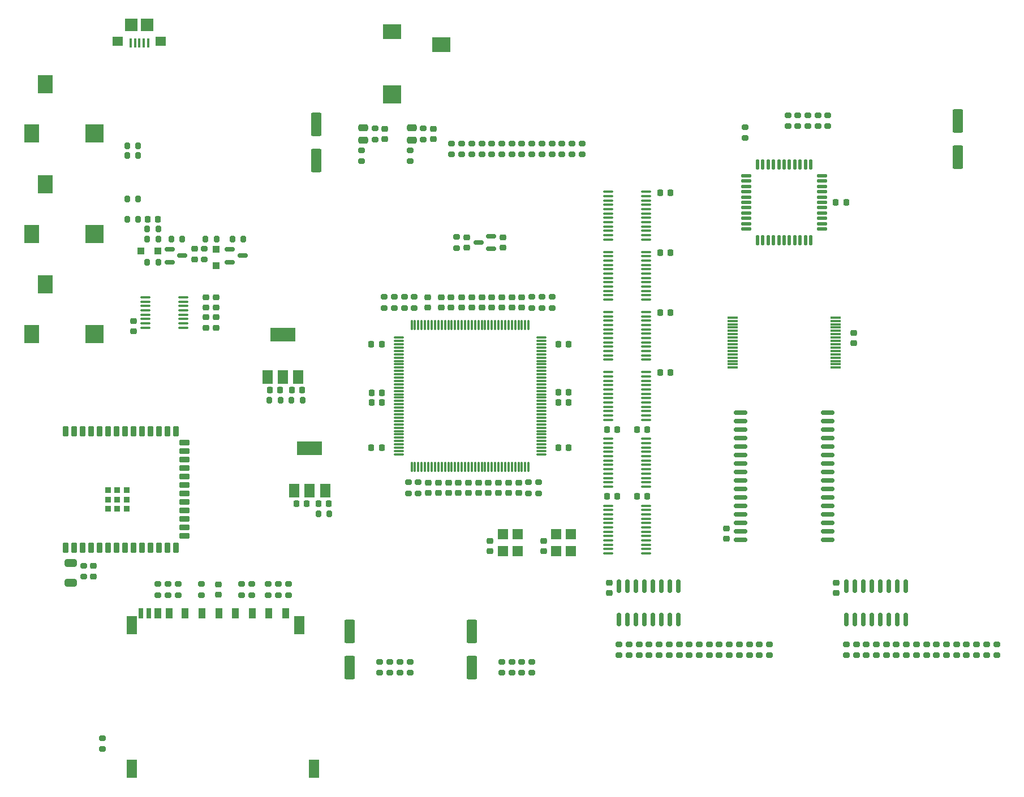
<source format=gtp>
%TF.GenerationSoftware,KiCad,Pcbnew,(6.0.4-0)*%
%TF.CreationDate,2022-04-09T07:25:14+02:00*%
%TF.ProjectId,aquarius-plus,61717561-7269-4757-932d-706c75732e6b,rev?*%
%TF.SameCoordinates,Original*%
%TF.FileFunction,Paste,Top*%
%TF.FilePolarity,Positive*%
%FSLAX46Y46*%
G04 Gerber Fmt 4.6, Leading zero omitted, Abs format (unit mm)*
G04 Created by KiCad (PCBNEW (6.0.4-0)) date 2022-04-09 07:25:14*
%MOMM*%
%LPD*%
G01*
G04 APERTURE LIST*
G04 Aperture macros list*
%AMRoundRect*
0 Rectangle with rounded corners*
0 $1 Rounding radius*
0 $2 $3 $4 $5 $6 $7 $8 $9 X,Y pos of 4 corners*
0 Add a 4 corners polygon primitive as box body*
4,1,4,$2,$3,$4,$5,$6,$7,$8,$9,$2,$3,0*
0 Add four circle primitives for the rounded corners*
1,1,$1+$1,$2,$3*
1,1,$1+$1,$4,$5*
1,1,$1+$1,$6,$7*
1,1,$1+$1,$8,$9*
0 Add four rect primitives between the rounded corners*
20,1,$1+$1,$2,$3,$4,$5,0*
20,1,$1+$1,$4,$5,$6,$7,0*
20,1,$1+$1,$6,$7,$8,$9,0*
20,1,$1+$1,$8,$9,$2,$3,0*%
G04 Aperture macros list end*
%ADD10RoundRect,0.200000X0.275000X-0.200000X0.275000X0.200000X-0.275000X0.200000X-0.275000X-0.200000X0*%
%ADD11RoundRect,0.200000X-0.275000X0.200000X-0.275000X-0.200000X0.275000X-0.200000X0.275000X0.200000X0*%
%ADD12RoundRect,0.225000X0.250000X-0.225000X0.250000X0.225000X-0.250000X0.225000X-0.250000X-0.225000X0*%
%ADD13RoundRect,0.100000X0.637500X0.100000X-0.637500X0.100000X-0.637500X-0.100000X0.637500X-0.100000X0*%
%ADD14RoundRect,0.150000X0.875000X0.150000X-0.875000X0.150000X-0.875000X-0.150000X0.875000X-0.150000X0*%
%ADD15RoundRect,0.225000X-0.250000X0.225000X-0.250000X-0.225000X0.250000X-0.225000X0.250000X0.225000X0*%
%ADD16R,1.500000X2.000000*%
%ADD17R,3.800000X2.000000*%
%ADD18RoundRect,0.075000X-0.662500X-0.075000X0.662500X-0.075000X0.662500X0.075000X-0.662500X0.075000X0*%
%ADD19RoundRect,0.075000X-0.075000X-0.662500X0.075000X-0.662500X0.075000X0.662500X-0.075000X0.662500X0*%
%ADD20RoundRect,0.225000X-0.225000X-0.250000X0.225000X-0.250000X0.225000X0.250000X-0.225000X0.250000X0*%
%ADD21RoundRect,0.225000X0.225000X0.250000X-0.225000X0.250000X-0.225000X-0.250000X0.225000X-0.250000X0*%
%ADD22RoundRect,0.250000X0.475000X-0.250000X0.475000X0.250000X-0.475000X0.250000X-0.475000X-0.250000X0*%
%ADD23RoundRect,0.200000X-0.200000X-0.275000X0.200000X-0.275000X0.200000X0.275000X-0.200000X0.275000X0*%
%ADD24RoundRect,0.150000X-0.587500X-0.150000X0.587500X-0.150000X0.587500X0.150000X-0.587500X0.150000X0*%
%ADD25RoundRect,0.150000X0.587500X0.150000X-0.587500X0.150000X-0.587500X-0.150000X0.587500X-0.150000X0*%
%ADD26RoundRect,0.200000X0.200000X0.275000X-0.200000X0.275000X-0.200000X-0.275000X0.200000X-0.275000X0*%
%ADD27R,2.200000X2.800000*%
%ADD28R,2.800000X2.800000*%
%ADD29R,1.500000X1.600000*%
%ADD30RoundRect,0.100000X-0.637500X-0.100000X0.637500X-0.100000X0.637500X0.100000X-0.637500X0.100000X0*%
%ADD31RoundRect,0.100000X0.100000X0.575000X-0.100000X0.575000X-0.100000X-0.575000X0.100000X-0.575000X0*%
%ADD32R,1.900000X1.900000*%
%ADD33R,1.600000X1.400000*%
%ADD34RoundRect,0.150000X0.150000X-0.825000X0.150000X0.825000X-0.150000X0.825000X-0.150000X-0.825000X0*%
%ADD35RoundRect,0.075000X0.712500X0.075000X-0.712500X0.075000X-0.712500X-0.075000X0.712500X-0.075000X0*%
%ADD36R,1.000000X1.500000*%
%ADD37R,0.700000X1.500000*%
%ADD38R,1.500000X2.800000*%
%ADD39RoundRect,0.137500X0.600000X0.137500X-0.600000X0.137500X-0.600000X-0.137500X0.600000X-0.137500X0*%
%ADD40RoundRect,0.137500X0.137500X0.600000X-0.137500X0.600000X-0.137500X-0.600000X0.137500X-0.600000X0*%
%ADD41RoundRect,0.250000X0.550000X-1.500000X0.550000X1.500000X-0.550000X1.500000X-0.550000X-1.500000X0*%
%ADD42RoundRect,0.250000X-0.550000X1.500000X-0.550000X-1.500000X0.550000X-1.500000X0.550000X1.500000X0*%
%ADD43R,1.000000X1.000000*%
%ADD44RoundRect,0.250000X-0.650000X0.325000X-0.650000X-0.325000X0.650000X-0.325000X0.650000X0.325000X0*%
%ADD45R,2.800000X2.200000*%
%ADD46RoundRect,0.225000X0.225000X0.525000X-0.225000X0.525000X-0.225000X-0.525000X0.225000X-0.525000X0*%
%ADD47RoundRect,0.225000X-0.525000X0.225000X-0.525000X-0.225000X0.525000X-0.225000X0.525000X0.225000X0*%
%ADD48RoundRect,0.225000X-0.225000X-0.525000X0.225000X-0.525000X0.225000X0.525000X-0.225000X0.525000X0*%
%ADD49RoundRect,0.225000X-0.225000X-0.225000X0.225000X-0.225000X0.225000X0.225000X-0.225000X0.225000X0*%
G04 APERTURE END LIST*
D10*
%TO.C,R84*%
X207300000Y-130825000D03*
X207300000Y-129175000D03*
%TD*%
D11*
%TO.C,R69*%
X159800000Y-129175000D03*
X159800000Y-130825000D03*
%TD*%
%TO.C,R49*%
X183550000Y-49925000D03*
X183550000Y-51575000D03*
%TD*%
D12*
%TO.C,C19*%
X140750000Y-78775000D03*
X140750000Y-77225000D03*
%TD*%
D10*
%TO.C,R27*%
X75150000Y-119075000D03*
X75150000Y-117425000D03*
%TD*%
D13*
%TO.C,U3*%
X90112500Y-81775000D03*
X90112500Y-81125000D03*
X90112500Y-80475000D03*
X90112500Y-79825000D03*
X90112500Y-79175000D03*
X90112500Y-78525000D03*
X90112500Y-77875000D03*
X90112500Y-77225000D03*
X84387500Y-77225000D03*
X84387500Y-77875000D03*
X84387500Y-78525000D03*
X84387500Y-79175000D03*
X84387500Y-79825000D03*
X84387500Y-80475000D03*
X84387500Y-81125000D03*
X84387500Y-81775000D03*
%TD*%
D11*
%TO.C,R92*%
X208800000Y-129175000D03*
X208800000Y-130825000D03*
%TD*%
D14*
%TO.C,U10*%
X186550000Y-113525000D03*
X186550000Y-112255000D03*
X186550000Y-110985000D03*
X186550000Y-109715000D03*
X186550000Y-108445000D03*
X186550000Y-107175000D03*
X186550000Y-105905000D03*
X186550000Y-104635000D03*
X186550000Y-103365000D03*
X186550000Y-102095000D03*
X186550000Y-100825000D03*
X186550000Y-99555000D03*
X186550000Y-98285000D03*
X186550000Y-97015000D03*
X186550000Y-95745000D03*
X186550000Y-94475000D03*
X173450000Y-94475000D03*
X173450000Y-95745000D03*
X173450000Y-97015000D03*
X173450000Y-98285000D03*
X173450000Y-99555000D03*
X173450000Y-100825000D03*
X173450000Y-102095000D03*
X173450000Y-103365000D03*
X173450000Y-104635000D03*
X173450000Y-105905000D03*
X173450000Y-107175000D03*
X173450000Y-108445000D03*
X173450000Y-109715000D03*
X173450000Y-110985000D03*
X173450000Y-112255000D03*
X173450000Y-113525000D03*
%TD*%
D11*
%TO.C,R70*%
X156800000Y-129175000D03*
X156800000Y-130825000D03*
%TD*%
%TO.C,R16*%
X104300000Y-120175000D03*
X104300000Y-121825000D03*
%TD*%
D10*
%TO.C,R60*%
X161300000Y-130825000D03*
X161300000Y-129175000D03*
%TD*%
%TO.C,R40*%
X140750000Y-55825000D03*
X140750000Y-54175000D03*
%TD*%
%TO.C,R42*%
X143750000Y-55825000D03*
X143750000Y-54175000D03*
%TD*%
D15*
%TO.C,C10*%
X134250000Y-104975000D03*
X134250000Y-106525000D03*
%TD*%
D10*
%TO.C,R100*%
X131000000Y-69825000D03*
X131000000Y-68175000D03*
%TD*%
%TO.C,R86*%
X201300000Y-130825000D03*
X201300000Y-129175000D03*
%TD*%
D12*
%TO.C,C59*%
X171350000Y-113375000D03*
X171350000Y-111825000D03*
%TD*%
D10*
%TO.C,R59*%
X164300000Y-130825000D03*
X164300000Y-129175000D03*
%TD*%
D12*
%TO.C,C46*%
X127500000Y-53525000D03*
X127500000Y-51975000D03*
%TD*%
D16*
%TO.C,U17*%
X102700000Y-89150000D03*
X105000000Y-89150000D03*
D17*
X105000000Y-82850000D03*
D16*
X107300000Y-89150000D03*
%TD*%
D11*
%TO.C,R17*%
X102800000Y-120175000D03*
X102800000Y-121825000D03*
%TD*%
D15*
%TO.C,C22*%
X138750000Y-104975000D03*
X138750000Y-106525000D03*
%TD*%
D12*
%TO.C,C20*%
X131750000Y-78775000D03*
X131750000Y-77225000D03*
%TD*%
D18*
%TO.C,U1*%
X122337500Y-83250000D03*
X122337500Y-83750000D03*
X122337500Y-84250000D03*
X122337500Y-84750000D03*
X122337500Y-85250000D03*
X122337500Y-85750000D03*
X122337500Y-86250000D03*
X122337500Y-86750000D03*
X122337500Y-87250000D03*
X122337500Y-87750000D03*
X122337500Y-88250000D03*
X122337500Y-88750000D03*
X122337500Y-89250000D03*
X122337500Y-89750000D03*
X122337500Y-90250000D03*
X122337500Y-90750000D03*
X122337500Y-91250000D03*
X122337500Y-91750000D03*
X122337500Y-92250000D03*
X122337500Y-92750000D03*
X122337500Y-93250000D03*
X122337500Y-93750000D03*
X122337500Y-94250000D03*
X122337500Y-94750000D03*
X122337500Y-95250000D03*
X122337500Y-95750000D03*
X122337500Y-96250000D03*
X122337500Y-96750000D03*
X122337500Y-97250000D03*
X122337500Y-97750000D03*
X122337500Y-98250000D03*
X122337500Y-98750000D03*
X122337500Y-99250000D03*
X122337500Y-99750000D03*
X122337500Y-100250000D03*
X122337500Y-100750000D03*
D19*
X124250000Y-102662500D03*
X124750000Y-102662500D03*
X125250000Y-102662500D03*
X125750000Y-102662500D03*
X126250000Y-102662500D03*
X126750000Y-102662500D03*
X127250000Y-102662500D03*
X127750000Y-102662500D03*
X128250000Y-102662500D03*
X128750000Y-102662500D03*
X129250000Y-102662500D03*
X129750000Y-102662500D03*
X130250000Y-102662500D03*
X130750000Y-102662500D03*
X131250000Y-102662500D03*
X131750000Y-102662500D03*
X132250000Y-102662500D03*
X132750000Y-102662500D03*
X133250000Y-102662500D03*
X133750000Y-102662500D03*
X134250000Y-102662500D03*
X134750000Y-102662500D03*
X135250000Y-102662500D03*
X135750000Y-102662500D03*
X136250000Y-102662500D03*
X136750000Y-102662500D03*
X137250000Y-102662500D03*
X137750000Y-102662500D03*
X138250000Y-102662500D03*
X138750000Y-102662500D03*
X139250000Y-102662500D03*
X139750000Y-102662500D03*
X140250000Y-102662500D03*
X140750000Y-102662500D03*
X141250000Y-102662500D03*
X141750000Y-102662500D03*
D18*
X143662500Y-100750000D03*
X143662500Y-100250000D03*
X143662500Y-99750000D03*
X143662500Y-99250000D03*
X143662500Y-98750000D03*
X143662500Y-98250000D03*
X143662500Y-97750000D03*
X143662500Y-97250000D03*
X143662500Y-96750000D03*
X143662500Y-96250000D03*
X143662500Y-95750000D03*
X143662500Y-95250000D03*
X143662500Y-94750000D03*
X143662500Y-94250000D03*
X143662500Y-93750000D03*
X143662500Y-93250000D03*
X143662500Y-92750000D03*
X143662500Y-92250000D03*
X143662500Y-91750000D03*
X143662500Y-91250000D03*
X143662500Y-90750000D03*
X143662500Y-90250000D03*
X143662500Y-89750000D03*
X143662500Y-89250000D03*
X143662500Y-88750000D03*
X143662500Y-88250000D03*
X143662500Y-87750000D03*
X143662500Y-87250000D03*
X143662500Y-86750000D03*
X143662500Y-86250000D03*
X143662500Y-85750000D03*
X143662500Y-85250000D03*
X143662500Y-84750000D03*
X143662500Y-84250000D03*
X143662500Y-83750000D03*
X143662500Y-83250000D03*
D19*
X141750000Y-81337500D03*
X141250000Y-81337500D03*
X140750000Y-81337500D03*
X140250000Y-81337500D03*
X139750000Y-81337500D03*
X139250000Y-81337500D03*
X138750000Y-81337500D03*
X138250000Y-81337500D03*
X137750000Y-81337500D03*
X137250000Y-81337500D03*
X136750000Y-81337500D03*
X136250000Y-81337500D03*
X135750000Y-81337500D03*
X135250000Y-81337500D03*
X134750000Y-81337500D03*
X134250000Y-81337500D03*
X133750000Y-81337500D03*
X133250000Y-81337500D03*
X132750000Y-81337500D03*
X132250000Y-81337500D03*
X131750000Y-81337500D03*
X131250000Y-81337500D03*
X130750000Y-81337500D03*
X130250000Y-81337500D03*
X129750000Y-81337500D03*
X129250000Y-81337500D03*
X128750000Y-81337500D03*
X128250000Y-81337500D03*
X127750000Y-81337500D03*
X127250000Y-81337500D03*
X126750000Y-81337500D03*
X126250000Y-81337500D03*
X125750000Y-81337500D03*
X125250000Y-81337500D03*
X124750000Y-81337500D03*
X124250000Y-81337500D03*
%TD*%
D10*
%TO.C,R35*%
X133250000Y-55825000D03*
X133250000Y-54175000D03*
%TD*%
%TO.C,R3*%
X123750000Y-106575000D03*
X123750000Y-104925000D03*
%TD*%
D20*
%TO.C,C9*%
X146225000Y-91450000D03*
X147775000Y-91450000D03*
%TD*%
D11*
%TO.C,R93*%
X205800000Y-129175000D03*
X205800000Y-130825000D03*
%TD*%
%TO.C,R51*%
X180550000Y-49925000D03*
X180550000Y-51575000D03*
%TD*%
D21*
%TO.C,C65*%
X108575000Y-108150000D03*
X107025000Y-108150000D03*
%TD*%
D11*
%TO.C,R65*%
X171800000Y-129175000D03*
X171800000Y-130825000D03*
%TD*%
D10*
%TO.C,R76*%
X121000000Y-133465000D03*
X121000000Y-131815000D03*
%TD*%
%TO.C,R11*%
X143750000Y-78825000D03*
X143750000Y-77175000D03*
%TD*%
D22*
%TO.C,C49*%
X124250000Y-53700000D03*
X124250000Y-51800000D03*
%TD*%
D11*
%TO.C,R52*%
X186550000Y-49925000D03*
X186550000Y-51575000D03*
%TD*%
D23*
%TO.C,R14*%
X81675000Y-65500000D03*
X83325000Y-65500000D03*
%TD*%
D24*
%TO.C,Q2*%
X97062500Y-70050000D03*
X97062500Y-71950000D03*
X98937500Y-71000000D03*
%TD*%
D15*
%TO.C,C63*%
X132500000Y-68225000D03*
X132500000Y-69775000D03*
%TD*%
D25*
%TO.C,U16*%
X136137500Y-69950000D03*
X136137500Y-68050000D03*
X134262500Y-69000000D03*
%TD*%
D11*
%TO.C,R78*%
X119500000Y-131815000D03*
X119500000Y-133465000D03*
%TD*%
D10*
%TO.C,R8*%
X123150000Y-78825000D03*
X123150000Y-77175000D03*
%TD*%
D15*
%TO.C,C6*%
X135750000Y-104975000D03*
X135750000Y-106525000D03*
%TD*%
D12*
%TO.C,C16*%
X130150000Y-78775000D03*
X130150000Y-77225000D03*
%TD*%
D10*
%TO.C,R2*%
X145250000Y-78825000D03*
X145250000Y-77175000D03*
%TD*%
%TO.C,R71*%
X116750000Y-56825000D03*
X116750000Y-55175000D03*
%TD*%
D26*
%TO.C,R21*%
X83325000Y-54500000D03*
X81675000Y-54500000D03*
%TD*%
D27*
%TO.C,J1*%
X69400000Y-60300000D03*
X67400000Y-67700000D03*
D28*
X76800000Y-67700000D03*
%TD*%
D23*
%TO.C,R15*%
X81675000Y-62500000D03*
X83325000Y-62500000D03*
%TD*%
D11*
%TO.C,R95*%
X199800000Y-129175000D03*
X199800000Y-130825000D03*
%TD*%
D15*
%TO.C,C66*%
X137900000Y-68225000D03*
X137900000Y-69775000D03*
%TD*%
D12*
%TO.C,C34*%
X95300000Y-121775000D03*
X95300000Y-120225000D03*
%TD*%
D21*
%TO.C,C62*%
X111875000Y-108150000D03*
X110325000Y-108150000D03*
%TD*%
D10*
%TO.C,R55*%
X176300000Y-130825000D03*
X176300000Y-129175000D03*
%TD*%
D20*
%TO.C,C42*%
X161425000Y-79550000D03*
X162975000Y-79550000D03*
%TD*%
D10*
%TO.C,R56*%
X173300000Y-130825000D03*
X173300000Y-129175000D03*
%TD*%
D29*
%TO.C,X2*%
X140100000Y-115270000D03*
X140100000Y-112730000D03*
X137900000Y-112730000D03*
X137900000Y-115270000D03*
%TD*%
D23*
%TO.C,R29*%
X84675000Y-72000000D03*
X86325000Y-72000000D03*
%TD*%
D21*
%TO.C,C60*%
X159500000Y-107000000D03*
X157950000Y-107000000D03*
%TD*%
D12*
%TO.C,C31*%
X93500000Y-81775000D03*
X93500000Y-80225000D03*
%TD*%
D10*
%TO.C,R5*%
X120150000Y-78825000D03*
X120150000Y-77175000D03*
%TD*%
D30*
%TO.C,U11*%
X153637500Y-98425000D03*
X153637500Y-99075000D03*
X153637500Y-99725000D03*
X153637500Y-100375000D03*
X153637500Y-101025000D03*
X153637500Y-101675000D03*
X153637500Y-102325000D03*
X153637500Y-102975000D03*
X153637500Y-103625000D03*
X153637500Y-104275000D03*
X153637500Y-104925000D03*
X153637500Y-105575000D03*
X159362500Y-105575000D03*
X159362500Y-104925000D03*
X159362500Y-104275000D03*
X159362500Y-103625000D03*
X159362500Y-102975000D03*
X159362500Y-102325000D03*
X159362500Y-101675000D03*
X159362500Y-101025000D03*
X159362500Y-100375000D03*
X159362500Y-99725000D03*
X159362500Y-99075000D03*
X159362500Y-98425000D03*
%TD*%
D15*
%TO.C,C38*%
X95000000Y-80225000D03*
X95000000Y-81775000D03*
%TD*%
D10*
%TO.C,R46*%
X149750000Y-55825000D03*
X149750000Y-54175000D03*
%TD*%
D23*
%TO.C,R99*%
X110275000Y-109650000D03*
X111925000Y-109650000D03*
%TD*%
D10*
%TO.C,R41*%
X142250000Y-55825000D03*
X142250000Y-54175000D03*
%TD*%
D11*
%TO.C,R13*%
X98800000Y-120175000D03*
X98800000Y-121825000D03*
%TD*%
%TO.C,R81*%
X118750000Y-51925000D03*
X118750000Y-53575000D03*
%TD*%
D10*
%TO.C,R34*%
X131750000Y-55825000D03*
X131750000Y-54175000D03*
%TD*%
%TO.C,R75*%
X122500000Y-133465000D03*
X122500000Y-131815000D03*
%TD*%
D15*
%TO.C,C1*%
X129750000Y-104975000D03*
X129750000Y-106525000D03*
%TD*%
%TO.C,C7*%
X137250000Y-104975000D03*
X137250000Y-106525000D03*
%TD*%
D12*
%TO.C,C26*%
X139250000Y-78775000D03*
X139250000Y-77225000D03*
%TD*%
D11*
%TO.C,R67*%
X165800000Y-129175000D03*
X165800000Y-130825000D03*
%TD*%
D12*
%TO.C,C25*%
X134750000Y-78775000D03*
X134750000Y-77225000D03*
%TD*%
D11*
%TO.C,R30*%
X93250000Y-69925000D03*
X93250000Y-71575000D03*
%TD*%
D10*
%TO.C,R24*%
X86300000Y-121825000D03*
X86300000Y-120175000D03*
%TD*%
D31*
%TO.C,J13*%
X84800000Y-39125000D03*
X84150000Y-39125000D03*
X83500000Y-39125000D03*
X82850000Y-39125000D03*
X82200000Y-39125000D03*
D32*
X82300000Y-36450000D03*
D33*
X86700000Y-38900000D03*
D32*
X84700000Y-36450000D03*
D33*
X80300000Y-38900000D03*
%TD*%
D11*
%TO.C,R48*%
X185050000Y-49925000D03*
X185050000Y-51575000D03*
%TD*%
%TO.C,R97*%
X193800000Y-129175000D03*
X193800000Y-130825000D03*
%TD*%
%TO.C,R63*%
X177800000Y-129175000D03*
X177800000Y-130825000D03*
%TD*%
D16*
%TO.C,U15*%
X106700000Y-106150000D03*
X109000000Y-106150000D03*
D17*
X109000000Y-99850000D03*
D16*
X111300000Y-106150000D03*
%TD*%
D11*
%TO.C,R94*%
X202800000Y-129175000D03*
X202800000Y-130825000D03*
%TD*%
D10*
%TO.C,R39*%
X139250000Y-55825000D03*
X139250000Y-54175000D03*
%TD*%
D20*
%TO.C,C35*%
X161450000Y-61550000D03*
X163000000Y-61550000D03*
%TD*%
D26*
%TO.C,R25*%
X86325000Y-67000000D03*
X84675000Y-67000000D03*
%TD*%
D15*
%TO.C,C23*%
X132750000Y-104975000D03*
X132750000Y-106525000D03*
%TD*%
D21*
%TO.C,C13*%
X119775000Y-99750000D03*
X118225000Y-99750000D03*
%TD*%
D12*
%TO.C,C55*%
X190375000Y-84075000D03*
X190375000Y-82525000D03*
%TD*%
%TO.C,C11*%
X136250000Y-78775000D03*
X136250000Y-77225000D03*
%TD*%
D27*
%TO.C,J4*%
X69400000Y-75300000D03*
X67400000Y-82700000D03*
D28*
X76800000Y-82700000D03*
%TD*%
D24*
%TO.C,Q1*%
X88062500Y-70050000D03*
X88062500Y-71950000D03*
X89937500Y-71000000D03*
%TD*%
D10*
%TO.C,R43*%
X145250000Y-55825000D03*
X145250000Y-54175000D03*
%TD*%
%TO.C,R44*%
X146750000Y-55825000D03*
X146750000Y-54175000D03*
%TD*%
%TO.C,R62*%
X155300000Y-130825000D03*
X155300000Y-129175000D03*
%TD*%
D11*
%TO.C,R6*%
X125250000Y-104925000D03*
X125250000Y-106575000D03*
%TD*%
%TO.C,R7*%
X141750000Y-104925000D03*
X141750000Y-106575000D03*
%TD*%
D23*
%TO.C,R102*%
X102975000Y-92650000D03*
X104625000Y-92650000D03*
%TD*%
D15*
%TO.C,C36*%
X76650000Y-117475000D03*
X76650000Y-119025000D03*
%TD*%
D34*
%TO.C,U12*%
X189305000Y-125475000D03*
X190575000Y-125475000D03*
X191845000Y-125475000D03*
X193115000Y-125475000D03*
X194385000Y-125475000D03*
X195655000Y-125475000D03*
X196925000Y-125475000D03*
X198195000Y-125475000D03*
X198195000Y-120525000D03*
X196925000Y-120525000D03*
X195655000Y-120525000D03*
X194385000Y-120525000D03*
X193115000Y-120525000D03*
X191845000Y-120525000D03*
X190575000Y-120525000D03*
X189305000Y-120525000D03*
%TD*%
D35*
%TO.C,U13*%
X187687500Y-87750000D03*
X187687500Y-87250000D03*
X187687500Y-86750000D03*
X187687500Y-86250000D03*
X187687500Y-85750000D03*
X187687500Y-85250000D03*
X187687500Y-84750000D03*
X187687500Y-84250000D03*
X187687500Y-83750000D03*
X187687500Y-83250000D03*
X187687500Y-82750000D03*
X187687500Y-82250000D03*
X187687500Y-81750000D03*
X187687500Y-81250000D03*
X187687500Y-80750000D03*
X187687500Y-80250000D03*
X172312500Y-80250000D03*
X172312500Y-80750000D03*
X172312500Y-81250000D03*
X172312500Y-81750000D03*
X172312500Y-82250000D03*
X172312500Y-82750000D03*
X172312500Y-83250000D03*
X172312500Y-83750000D03*
X172312500Y-84250000D03*
X172312500Y-84750000D03*
X172312500Y-85250000D03*
X172312500Y-85750000D03*
X172312500Y-86250000D03*
X172312500Y-86750000D03*
X172312500Y-87250000D03*
X172312500Y-87750000D03*
%TD*%
D10*
%TO.C,R90*%
X189300000Y-130825000D03*
X189300000Y-129175000D03*
%TD*%
D23*
%TO.C,R26*%
X84675000Y-68500000D03*
X86325000Y-68500000D03*
%TD*%
D11*
%TO.C,R54*%
X78000000Y-143225000D03*
X78000000Y-144875000D03*
%TD*%
D36*
%TO.C,J3*%
X102875000Y-124525000D03*
X100375000Y-124525000D03*
X97875000Y-124525000D03*
X95375000Y-124525000D03*
X92875000Y-124525000D03*
X90375000Y-124525000D03*
X87945000Y-124525000D03*
X86245000Y-124525000D03*
X105375000Y-124525000D03*
D37*
X84945000Y-124525000D03*
X83745000Y-124525000D03*
D38*
X107450000Y-126325000D03*
X109650000Y-147825000D03*
X82350000Y-126325000D03*
X82350000Y-147825000D03*
%TD*%
D11*
%TO.C,R80*%
X124000000Y-131815000D03*
X124000000Y-133465000D03*
%TD*%
D15*
%TO.C,C58*%
X187800000Y-119975000D03*
X187800000Y-121525000D03*
%TD*%
D10*
%TO.C,R57*%
X170300000Y-130825000D03*
X170300000Y-129175000D03*
%TD*%
D11*
%TO.C,R19*%
X92800000Y-120175000D03*
X92800000Y-121825000D03*
%TD*%
%TO.C,R64*%
X174800000Y-129175000D03*
X174800000Y-130825000D03*
%TD*%
D20*
%TO.C,C44*%
X187725000Y-63000000D03*
X189275000Y-63000000D03*
%TD*%
D11*
%TO.C,R50*%
X182050000Y-49925000D03*
X182050000Y-51575000D03*
%TD*%
D39*
%TO.C,U7*%
X185662500Y-67000000D03*
X185662500Y-66200000D03*
X185662500Y-65400000D03*
X185662500Y-64600000D03*
X185662500Y-63800000D03*
X185662500Y-63000000D03*
X185662500Y-62200000D03*
X185662500Y-61400000D03*
X185662500Y-60600000D03*
X185662500Y-59800000D03*
X185662500Y-59000000D03*
D40*
X184000000Y-57337500D03*
X183200000Y-57337500D03*
X182400000Y-57337500D03*
X181600000Y-57337500D03*
X180800000Y-57337500D03*
X180000000Y-57337500D03*
X179200000Y-57337500D03*
X178400000Y-57337500D03*
X177600000Y-57337500D03*
X176800000Y-57337500D03*
X176000000Y-57337500D03*
D39*
X174337500Y-59000000D03*
X174337500Y-59800000D03*
X174337500Y-60600000D03*
X174337500Y-61400000D03*
X174337500Y-62200000D03*
X174337500Y-63000000D03*
X174337500Y-63800000D03*
X174337500Y-64600000D03*
X174337500Y-65400000D03*
X174337500Y-66200000D03*
X174337500Y-67000000D03*
D40*
X176000000Y-68662500D03*
X176800000Y-68662500D03*
X177600000Y-68662500D03*
X178400000Y-68662500D03*
X179200000Y-68662500D03*
X180000000Y-68662500D03*
X180800000Y-68662500D03*
X181600000Y-68662500D03*
X182400000Y-68662500D03*
X183200000Y-68662500D03*
X184000000Y-68662500D03*
%TD*%
D26*
%TO.C,R31*%
X95075000Y-68500000D03*
X93425000Y-68500000D03*
%TD*%
D10*
%TO.C,R74*%
X139250000Y-133465000D03*
X139250000Y-131815000D03*
%TD*%
D11*
%TO.C,R96*%
X196800000Y-129175000D03*
X196800000Y-130825000D03*
%TD*%
D30*
%TO.C,U6*%
X153637500Y-88425000D03*
X153637500Y-89075000D03*
X153637500Y-89725000D03*
X153637500Y-90375000D03*
X153637500Y-91025000D03*
X153637500Y-91675000D03*
X153637500Y-92325000D03*
X153637500Y-92975000D03*
X153637500Y-93625000D03*
X153637500Y-94275000D03*
X153637500Y-94925000D03*
X153637500Y-95575000D03*
X159362500Y-95575000D03*
X159362500Y-94925000D03*
X159362500Y-94275000D03*
X159362500Y-93625000D03*
X159362500Y-92975000D03*
X159362500Y-92325000D03*
X159362500Y-91675000D03*
X159362500Y-91025000D03*
X159362500Y-90375000D03*
X159362500Y-89725000D03*
X159362500Y-89075000D03*
X159362500Y-88425000D03*
%TD*%
D12*
%TO.C,C30*%
X136000000Y-115275000D03*
X136000000Y-113725000D03*
%TD*%
D10*
%TO.C,R85*%
X204300000Y-130825000D03*
X204300000Y-129175000D03*
%TD*%
D21*
%TO.C,C5*%
X119800000Y-93000000D03*
X118250000Y-93000000D03*
%TD*%
D10*
%TO.C,R72*%
X124000000Y-56825000D03*
X124000000Y-55175000D03*
%TD*%
D20*
%TO.C,C52*%
X153475000Y-97000000D03*
X155025000Y-97000000D03*
%TD*%
D30*
%TO.C,U2*%
X153637500Y-61425000D03*
X153637500Y-62075000D03*
X153637500Y-62725000D03*
X153637500Y-63375000D03*
X153637500Y-64025000D03*
X153637500Y-64675000D03*
X153637500Y-65325000D03*
X153637500Y-65975000D03*
X153637500Y-66625000D03*
X153637500Y-67275000D03*
X153637500Y-67925000D03*
X153637500Y-68575000D03*
X159362500Y-68575000D03*
X159362500Y-67925000D03*
X159362500Y-67275000D03*
X159362500Y-66625000D03*
X159362500Y-65975000D03*
X159362500Y-65325000D03*
X159362500Y-64675000D03*
X159362500Y-64025000D03*
X159362500Y-63375000D03*
X159362500Y-62725000D03*
X159362500Y-62075000D03*
X159362500Y-61425000D03*
%TD*%
D10*
%TO.C,R88*%
X195300000Y-130825000D03*
X195300000Y-129175000D03*
%TD*%
%TO.C,R89*%
X192300000Y-130825000D03*
X192300000Y-129175000D03*
%TD*%
D11*
%TO.C,R18*%
X100300000Y-120175000D03*
X100300000Y-121825000D03*
%TD*%
D10*
%TO.C,R38*%
X137750000Y-55825000D03*
X137750000Y-54175000D03*
%TD*%
%TO.C,R36*%
X134750000Y-55825000D03*
X134750000Y-54175000D03*
%TD*%
D12*
%TO.C,C32*%
X93500000Y-78775000D03*
X93500000Y-77225000D03*
%TD*%
D41*
%TO.C,C53*%
X133250000Y-132700000D03*
X133250000Y-127300000D03*
%TD*%
D11*
%TO.C,R82*%
X126000000Y-51925000D03*
X126000000Y-53575000D03*
%TD*%
D20*
%TO.C,C33*%
X84725000Y-65500000D03*
X86275000Y-65500000D03*
%TD*%
D26*
%TO.C,R23*%
X83325000Y-56000000D03*
X81675000Y-56000000D03*
%TD*%
D11*
%TO.C,R91*%
X211800000Y-129175000D03*
X211800000Y-130825000D03*
%TD*%
D21*
%TO.C,C8*%
X119800000Y-91500000D03*
X118250000Y-91500000D03*
%TD*%
D11*
%TO.C,R77*%
X137750000Y-131815000D03*
X137750000Y-133465000D03*
%TD*%
D20*
%TO.C,C43*%
X161425000Y-88500000D03*
X162975000Y-88500000D03*
%TD*%
D21*
%TO.C,C56*%
X159525000Y-97000000D03*
X157975000Y-97000000D03*
%TD*%
D42*
%TO.C,C54*%
X110000000Y-51300000D03*
X110000000Y-56700000D03*
%TD*%
D15*
%TO.C,C18*%
X126750000Y-104975000D03*
X126750000Y-106525000D03*
%TD*%
D34*
%TO.C,U9*%
X155305000Y-125475000D03*
X156575000Y-125475000D03*
X157845000Y-125475000D03*
X159115000Y-125475000D03*
X160385000Y-125475000D03*
X161655000Y-125475000D03*
X162925000Y-125475000D03*
X164195000Y-125475000D03*
X164195000Y-120525000D03*
X162925000Y-120525000D03*
X161655000Y-120525000D03*
X160385000Y-120525000D03*
X159115000Y-120525000D03*
X157845000Y-120525000D03*
X156575000Y-120525000D03*
X155305000Y-120525000D03*
%TD*%
D12*
%TO.C,C41*%
X82600000Y-82325000D03*
X82600000Y-80775000D03*
%TD*%
D10*
%TO.C,R9*%
X143250000Y-106575000D03*
X143250000Y-104925000D03*
%TD*%
D12*
%TO.C,C45*%
X120250000Y-53525000D03*
X120250000Y-51975000D03*
%TD*%
D43*
%TO.C,D2*%
X95000000Y-70000000D03*
X95000000Y-72500000D03*
%TD*%
D29*
%TO.C,X1*%
X148100000Y-115270000D03*
X148100000Y-112730000D03*
X145900000Y-112730000D03*
X145900000Y-115270000D03*
%TD*%
D11*
%TO.C,R66*%
X168800000Y-129175000D03*
X168800000Y-130825000D03*
%TD*%
D10*
%TO.C,R10*%
X124650000Y-78825000D03*
X124650000Y-77175000D03*
%TD*%
D12*
%TO.C,C40*%
X91750000Y-71525000D03*
X91750000Y-69975000D03*
%TD*%
D10*
%TO.C,R1*%
X142250000Y-78825000D03*
X142250000Y-77175000D03*
%TD*%
D41*
%TO.C,C47*%
X115000000Y-132700000D03*
X115000000Y-127300000D03*
%TD*%
D11*
%TO.C,R98*%
X190800000Y-129175000D03*
X190800000Y-130825000D03*
%TD*%
D30*
%TO.C,U4*%
X153637500Y-79425000D03*
X153637500Y-80075000D03*
X153637500Y-80725000D03*
X153637500Y-81375000D03*
X153637500Y-82025000D03*
X153637500Y-82675000D03*
X153637500Y-83325000D03*
X153637500Y-83975000D03*
X153637500Y-84625000D03*
X153637500Y-85275000D03*
X153637500Y-85925000D03*
X153637500Y-86575000D03*
X159362500Y-86575000D03*
X159362500Y-85925000D03*
X159362500Y-85275000D03*
X159362500Y-84625000D03*
X159362500Y-83975000D03*
X159362500Y-83325000D03*
X159362500Y-82675000D03*
X159362500Y-82025000D03*
X159362500Y-81375000D03*
X159362500Y-80725000D03*
X159362500Y-80075000D03*
X159362500Y-79425000D03*
%TD*%
D20*
%TO.C,C57*%
X153475000Y-107000000D03*
X155025000Y-107000000D03*
%TD*%
D44*
%TO.C,C37*%
X73250000Y-117025000D03*
X73250000Y-119975000D03*
%TD*%
D15*
%TO.C,C39*%
X95000000Y-77225000D03*
X95000000Y-78775000D03*
%TD*%
D45*
%TO.C,J10*%
X128700000Y-39400000D03*
X121300000Y-37400000D03*
D28*
X121300000Y-46800000D03*
%TD*%
D12*
%TO.C,C24*%
X133250000Y-78775000D03*
X133250000Y-77225000D03*
%TD*%
%TO.C,C17*%
X128650000Y-78775000D03*
X128650000Y-77225000D03*
%TD*%
D11*
%TO.C,R12*%
X89300000Y-120175000D03*
X89300000Y-121825000D03*
%TD*%
D12*
%TO.C,C29*%
X144000000Y-115275000D03*
X144000000Y-113725000D03*
%TD*%
D21*
%TO.C,C64*%
X107875000Y-91150000D03*
X106325000Y-91150000D03*
%TD*%
D12*
%TO.C,C12*%
X137750000Y-78775000D03*
X137750000Y-77225000D03*
%TD*%
D26*
%TO.C,R32*%
X99075000Y-68500000D03*
X97425000Y-68500000D03*
%TD*%
D23*
%TO.C,R101*%
X106275000Y-92650000D03*
X107925000Y-92650000D03*
%TD*%
D10*
%TO.C,R33*%
X130250000Y-55825000D03*
X130250000Y-54175000D03*
%TD*%
D12*
%TO.C,C28*%
X126650000Y-78775000D03*
X126650000Y-77225000D03*
%TD*%
D10*
%TO.C,R45*%
X148250000Y-55825000D03*
X148250000Y-54175000D03*
%TD*%
D46*
%TO.C,U5*%
X72490000Y-114750000D03*
X73760000Y-114750000D03*
X75030000Y-114750000D03*
X76300000Y-114750000D03*
X77570000Y-114750000D03*
X78840000Y-114750000D03*
X80110000Y-114750000D03*
X81380000Y-114750000D03*
X82650000Y-114750000D03*
X83920000Y-114750000D03*
X85190000Y-114750000D03*
X86460000Y-114750000D03*
X87730000Y-114750000D03*
X89000000Y-114750000D03*
D47*
X90250000Y-112985000D03*
X90250000Y-111715000D03*
X90250000Y-110445000D03*
X90250000Y-109175000D03*
X90250000Y-107905000D03*
X90250000Y-106635000D03*
X90250000Y-105365000D03*
X90250000Y-104095000D03*
X90250000Y-102825000D03*
X90250000Y-101555000D03*
X90250000Y-100285000D03*
X90250000Y-99015000D03*
D48*
X89000000Y-97250000D03*
X87730000Y-97250000D03*
X86460000Y-97250000D03*
X85190000Y-97250000D03*
X83920000Y-97250000D03*
X82650000Y-97250000D03*
X81380000Y-97250000D03*
X80110000Y-97250000D03*
X78840000Y-97250000D03*
X77570000Y-97250000D03*
X76300000Y-97250000D03*
X75030000Y-97250000D03*
X73760000Y-97250000D03*
X72490000Y-97250000D03*
D49*
X80210000Y-107500000D03*
X78810000Y-107500000D03*
X78810000Y-108900000D03*
X81610000Y-106100000D03*
X80210000Y-106100000D03*
X78810000Y-106100000D03*
X80210000Y-108900000D03*
X81610000Y-107500000D03*
X81610000Y-108900000D03*
%TD*%
D10*
%TO.C,R58*%
X167300000Y-130825000D03*
X167300000Y-129175000D03*
%TD*%
D21*
%TO.C,C67*%
X104575000Y-91150000D03*
X103025000Y-91150000D03*
%TD*%
%TO.C,C3*%
X119775000Y-84250000D03*
X118225000Y-84250000D03*
%TD*%
D11*
%TO.C,R4*%
X121650000Y-77175000D03*
X121650000Y-78825000D03*
%TD*%
D20*
%TO.C,C4*%
X146225000Y-99750000D03*
X147775000Y-99750000D03*
%TD*%
D11*
%TO.C,R47*%
X174150000Y-51725000D03*
X174150000Y-53375000D03*
%TD*%
D15*
%TO.C,C51*%
X153800000Y-119975000D03*
X153800000Y-121525000D03*
%TD*%
D30*
%TO.C,U14*%
X153637500Y-108425000D03*
X153637500Y-109075000D03*
X153637500Y-109725000D03*
X153637500Y-110375000D03*
X153637500Y-111025000D03*
X153637500Y-111675000D03*
X153637500Y-112325000D03*
X153637500Y-112975000D03*
X153637500Y-113625000D03*
X153637500Y-114275000D03*
X153637500Y-114925000D03*
X153637500Y-115575000D03*
X159362500Y-115575000D03*
X159362500Y-114925000D03*
X159362500Y-114275000D03*
X159362500Y-113625000D03*
X159362500Y-112975000D03*
X159362500Y-112325000D03*
X159362500Y-111675000D03*
X159362500Y-111025000D03*
X159362500Y-110375000D03*
X159362500Y-109725000D03*
X159362500Y-109075000D03*
X159362500Y-108425000D03*
%TD*%
D10*
%TO.C,R61*%
X158300000Y-130825000D03*
X158300000Y-129175000D03*
%TD*%
D15*
%TO.C,C2*%
X128250000Y-104975000D03*
X128250000Y-106525000D03*
%TD*%
D20*
%TO.C,C50*%
X161425000Y-70500000D03*
X162975000Y-70500000D03*
%TD*%
D10*
%TO.C,R73*%
X140750000Y-133465000D03*
X140750000Y-131815000D03*
%TD*%
D27*
%TO.C,J2*%
X69400000Y-45300000D03*
X67400000Y-52700000D03*
D28*
X76800000Y-52700000D03*
%TD*%
D22*
%TO.C,C48*%
X117000000Y-53700000D03*
X117000000Y-51800000D03*
%TD*%
D10*
%TO.C,R22*%
X105800000Y-121825000D03*
X105800000Y-120175000D03*
%TD*%
%TO.C,R83*%
X210300000Y-130825000D03*
X210300000Y-129175000D03*
%TD*%
%TO.C,R87*%
X198300000Y-130825000D03*
X198300000Y-129175000D03*
%TD*%
D11*
%TO.C,R20*%
X87800000Y-120175000D03*
X87800000Y-121825000D03*
%TD*%
D26*
%TO.C,R28*%
X89925000Y-68500000D03*
X88275000Y-68500000D03*
%TD*%
D20*
%TO.C,C14*%
X146225000Y-84250000D03*
X147775000Y-84250000D03*
%TD*%
D42*
%TO.C,C61*%
X206000000Y-50800000D03*
X206000000Y-56200000D03*
%TD*%
D10*
%TO.C,R37*%
X136250000Y-55825000D03*
X136250000Y-54175000D03*
%TD*%
D11*
%TO.C,R79*%
X142250000Y-131815000D03*
X142250000Y-133465000D03*
%TD*%
D30*
%TO.C,U8*%
X153637500Y-70425000D03*
X153637500Y-71075000D03*
X153637500Y-71725000D03*
X153637500Y-72375000D03*
X153637500Y-73025000D03*
X153637500Y-73675000D03*
X153637500Y-74325000D03*
X153637500Y-74975000D03*
X153637500Y-75625000D03*
X153637500Y-76275000D03*
X153637500Y-76925000D03*
X153637500Y-77575000D03*
X159362500Y-77575000D03*
X159362500Y-76925000D03*
X159362500Y-76275000D03*
X159362500Y-75625000D03*
X159362500Y-74975000D03*
X159362500Y-74325000D03*
X159362500Y-73675000D03*
X159362500Y-73025000D03*
X159362500Y-72375000D03*
X159362500Y-71725000D03*
X159362500Y-71075000D03*
X159362500Y-70425000D03*
%TD*%
D15*
%TO.C,C27*%
X140250000Y-104975000D03*
X140250000Y-106525000D03*
%TD*%
D11*
%TO.C,R68*%
X162800000Y-129175000D03*
X162800000Y-130825000D03*
%TD*%
D20*
%TO.C,C15*%
X146225000Y-92950000D03*
X147775000Y-92950000D03*
%TD*%
D15*
%TO.C,C21*%
X131250000Y-104975000D03*
X131250000Y-106525000D03*
%TD*%
D43*
%TO.C,D1*%
X86250000Y-70250000D03*
X83750000Y-70250000D03*
%TD*%
M02*

</source>
